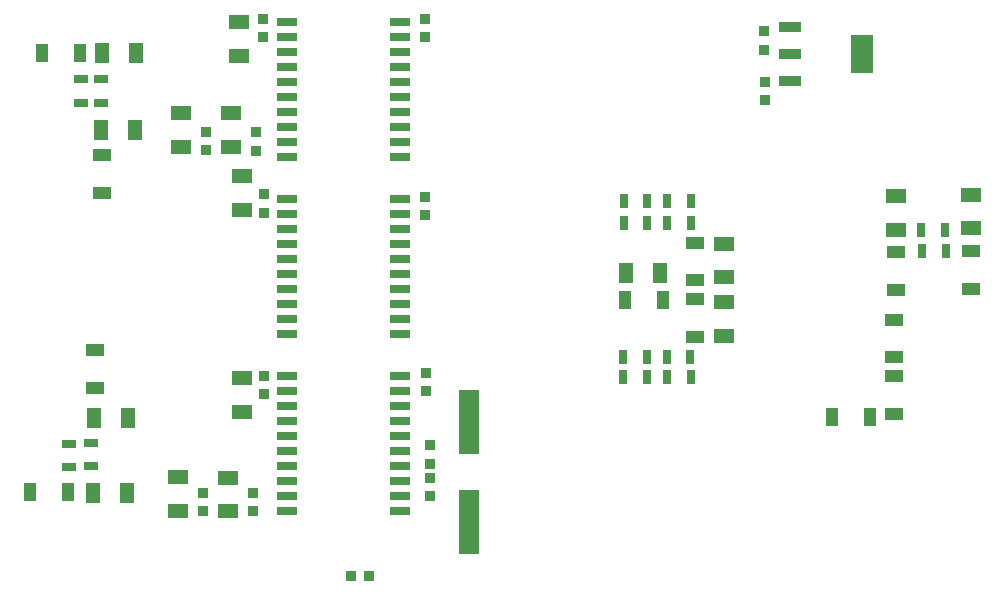
<source format=gbr>
%TF.GenerationSoftware,Altium Limited,Altium Designer,21.6.4 (81)*%
G04 Layer_Color=8421504*
%FSLAX43Y43*%
%MOMM*%
%TF.SameCoordinates,C39744A4-4465-455E-AB15-BAA165A4C254*%
%TF.FilePolarity,Positive*%
%TF.FileFunction,Paste,Top*%
%TF.Part,Single*%
G01*
G75*
%TA.AperFunction,SMDPad,CuDef*%
%ADD10R,0.900X0.850*%
%ADD11R,1.900X0.950*%
%ADD12R,1.900X3.250*%
%ADD13R,1.800X1.300*%
%ADD14R,0.800X1.250*%
%ADD15R,1.600X1.000*%
%ADD16R,1.000X1.600*%
%ADD17R,1.250X0.800*%
%ADD18R,1.300X1.800*%
%ADD19R,1.800X0.800*%
%ADD20R,0.850X0.900*%
%ADD21R,1.800X5.500*%
D10*
X70587Y47409D02*
D03*
Y45859D02*
D03*
X70663Y41592D02*
D03*
Y43142D02*
D03*
X42360Y10796D02*
D03*
Y12346D02*
D03*
X27349Y6791D02*
D03*
Y8341D02*
D03*
X23133Y6801D02*
D03*
Y8351D02*
D03*
X41961Y16929D02*
D03*
Y18479D02*
D03*
X41891Y31864D02*
D03*
Y33414D02*
D03*
Y46903D02*
D03*
Y48453D02*
D03*
X27568Y38844D02*
D03*
Y37294D02*
D03*
X23377Y38869D02*
D03*
Y37319D02*
D03*
X28309Y33590D02*
D03*
Y32040D02*
D03*
X28194Y48453D02*
D03*
Y46903D02*
D03*
X28267Y18225D02*
D03*
Y16675D02*
D03*
X42360Y8026D02*
D03*
Y9576D02*
D03*
D11*
X72794Y47766D02*
D03*
Y45466D02*
D03*
Y43166D02*
D03*
D12*
X78894Y45466D02*
D03*
D13*
X25241Y9620D02*
D03*
Y6770D02*
D03*
X88162Y30709D02*
D03*
Y33559D02*
D03*
X25477Y40449D02*
D03*
Y37599D02*
D03*
X20999Y6796D02*
D03*
Y9646D02*
D03*
X21269Y40472D02*
D03*
Y37622D02*
D03*
X26416Y35113D02*
D03*
Y32263D02*
D03*
X26122Y48153D02*
D03*
Y45303D02*
D03*
X26399Y18011D02*
D03*
Y15161D02*
D03*
X81787Y30582D02*
D03*
Y33432D02*
D03*
X67223Y29417D02*
D03*
Y26567D02*
D03*
X67192Y21603D02*
D03*
Y24453D02*
D03*
D14*
X64432Y18136D02*
D03*
X62432D02*
D03*
X60708D02*
D03*
X58708D02*
D03*
X62381Y19862D02*
D03*
X64381D02*
D03*
X58673D02*
D03*
X60673D02*
D03*
X58741Y33016D02*
D03*
X60741D02*
D03*
X85915Y30581D02*
D03*
X83915D02*
D03*
X84001Y28811D02*
D03*
X86001D02*
D03*
X58741Y31214D02*
D03*
X60741D02*
D03*
X62390Y31213D02*
D03*
X64390D02*
D03*
Y33017D02*
D03*
X62390D02*
D03*
D15*
X88162Y28811D02*
D03*
Y25611D02*
D03*
X13958Y20419D02*
D03*
Y17219D02*
D03*
X81787Y28702D02*
D03*
Y25502D02*
D03*
X14563Y36888D02*
D03*
Y33688D02*
D03*
X64785Y29513D02*
D03*
Y26313D02*
D03*
X64753Y21530D02*
D03*
Y24730D02*
D03*
X81596Y15021D02*
D03*
Y18221D02*
D03*
X81621Y19789D02*
D03*
Y22989D02*
D03*
D16*
X58821Y24613D02*
D03*
X62021D02*
D03*
X11648Y8433D02*
D03*
X8448D02*
D03*
X9490Y45575D02*
D03*
X12690D02*
D03*
X76403Y14732D02*
D03*
X79603D02*
D03*
D17*
X13646Y12574D02*
D03*
Y10574D02*
D03*
X11791Y10488D02*
D03*
Y12488D02*
D03*
X12741Y41374D02*
D03*
Y43374D02*
D03*
X14493D02*
D03*
Y41374D02*
D03*
D18*
X17413Y45534D02*
D03*
X14563D02*
D03*
X17341Y39021D02*
D03*
X14491D02*
D03*
X58951Y26899D02*
D03*
X61801D02*
D03*
X13888Y14663D02*
D03*
X16738D02*
D03*
X13786Y8287D02*
D03*
X16636D02*
D03*
D19*
X39800Y18215D02*
D03*
Y16945D02*
D03*
Y15675D02*
D03*
Y14405D02*
D03*
Y11865D02*
D03*
Y13135D02*
D03*
Y8055D02*
D03*
Y6785D02*
D03*
Y9325D02*
D03*
Y10595D02*
D03*
X30200Y18215D02*
D03*
Y16945D02*
D03*
Y15675D02*
D03*
Y14405D02*
D03*
Y11865D02*
D03*
Y13135D02*
D03*
Y8055D02*
D03*
Y6785D02*
D03*
Y9325D02*
D03*
Y10595D02*
D03*
X39800Y48215D02*
D03*
Y46945D02*
D03*
Y45675D02*
D03*
Y44405D02*
D03*
Y41865D02*
D03*
Y43135D02*
D03*
Y38055D02*
D03*
Y36785D02*
D03*
Y39325D02*
D03*
Y40595D02*
D03*
X30200Y48215D02*
D03*
Y46945D02*
D03*
Y45675D02*
D03*
Y44405D02*
D03*
Y41865D02*
D03*
Y43135D02*
D03*
Y38055D02*
D03*
Y36785D02*
D03*
Y39325D02*
D03*
Y40595D02*
D03*
Y25595D02*
D03*
Y24325D02*
D03*
Y21785D02*
D03*
Y23055D02*
D03*
Y28135D02*
D03*
Y26865D02*
D03*
Y29405D02*
D03*
Y30675D02*
D03*
Y31945D02*
D03*
Y33215D02*
D03*
X39800Y25595D02*
D03*
Y24325D02*
D03*
Y21785D02*
D03*
Y23055D02*
D03*
Y28135D02*
D03*
Y26865D02*
D03*
Y29405D02*
D03*
Y30675D02*
D03*
Y31945D02*
D03*
Y33215D02*
D03*
D20*
X35623Y1245D02*
D03*
X37173D02*
D03*
D21*
X45644Y14321D02*
D03*
X45644Y5821D02*
D03*
%TF.MD5,5ef3feaa42fd22feda3383139c544401*%
M02*

</source>
